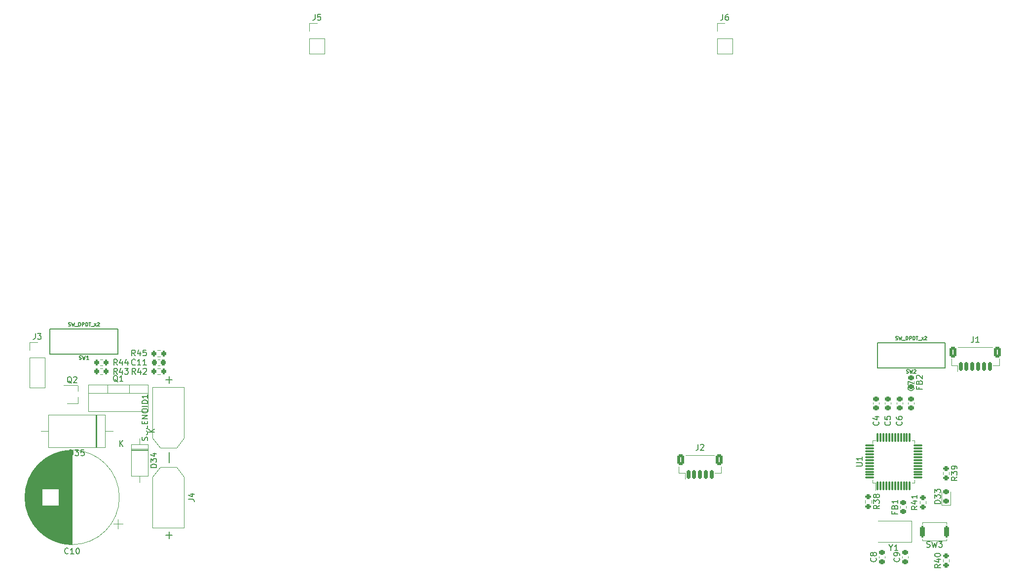
<source format=gto>
%TF.GenerationSoftware,KiCad,Pcbnew,(6.0.7-1)-1*%
%TF.CreationDate,2023-02-20T20:57:27+08:00*%
%TF.ProjectId,layer1,6c617965-7231-42e6-9b69-6361645f7063,1.1*%
%TF.SameCoordinates,Original*%
%TF.FileFunction,Legend,Top*%
%TF.FilePolarity,Positive*%
%FSLAX46Y46*%
G04 Gerber Fmt 4.6, Leading zero omitted, Abs format (unit mm)*
G04 Created by KiCad (PCBNEW (6.0.7-1)-1) date 2023-02-20 20:57:27*
%MOMM*%
%LPD*%
G01*
G04 APERTURE LIST*
G04 Aperture macros list*
%AMRoundRect*
0 Rectangle with rounded corners*
0 $1 Rounding radius*
0 $2 $3 $4 $5 $6 $7 $8 $9 X,Y pos of 4 corners*
0 Add a 4 corners polygon primitive as box body*
4,1,4,$2,$3,$4,$5,$6,$7,$8,$9,$2,$3,0*
0 Add four circle primitives for the rounded corners*
1,1,$1+$1,$2,$3*
1,1,$1+$1,$4,$5*
1,1,$1+$1,$6,$7*
1,1,$1+$1,$8,$9*
0 Add four rect primitives between the rounded corners*
20,1,$1+$1,$2,$3,$4,$5,0*
20,1,$1+$1,$4,$5,$6,$7,0*
20,1,$1+$1,$6,$7,$8,$9,0*
20,1,$1+$1,$8,$9,$2,$3,0*%
G04 Aperture macros list end*
%ADD10C,0.150000*%
%ADD11C,0.127000*%
%ADD12C,0.120000*%
%ADD13C,0.203200*%
%ADD14RoundRect,0.225000X0.250000X-0.225000X0.250000X0.225000X-0.250000X0.225000X-0.250000X-0.225000X0*%
%ADD15RoundRect,0.200000X-0.275000X0.200000X-0.275000X-0.200000X0.275000X-0.200000X0.275000X0.200000X0*%
%ADD16R,1.905000X2.000000*%
%ADD17O,1.905000X2.000000*%
%ADD18R,1.700000X1.700000*%
%ADD19O,1.700000X1.700000*%
%ADD20RoundRect,0.200000X0.275000X-0.200000X0.275000X0.200000X-0.275000X0.200000X-0.275000X-0.200000X0*%
%ADD21RoundRect,0.200000X0.200000X0.275000X-0.200000X0.275000X-0.200000X-0.275000X0.200000X-0.275000X0*%
%ADD22RoundRect,0.200000X0.200000X0.800000X-0.200000X0.800000X-0.200000X-0.800000X0.200000X-0.800000X0*%
%ADD23R,3.000000X3.000000*%
%ADD24C,3.000000*%
%ADD25RoundRect,0.150000X-0.150000X-0.625000X0.150000X-0.625000X0.150000X0.625000X-0.150000X0.625000X0*%
%ADD26RoundRect,0.250000X-0.350000X-0.650000X0.350000X-0.650000X0.350000X0.650000X-0.350000X0.650000X0*%
%ADD27R,2.400000X2.400000*%
%ADD28O,2.400000X2.400000*%
%ADD29RoundRect,0.225000X-0.250000X0.225000X-0.250000X-0.225000X0.250000X-0.225000X0.250000X0.225000X0*%
%ADD30RoundRect,0.225000X-0.225000X-0.250000X0.225000X-0.250000X0.225000X0.250000X-0.225000X0.250000X0*%
%ADD31RoundRect,0.075000X0.075000X-0.662500X0.075000X0.662500X-0.075000X0.662500X-0.075000X-0.662500X0*%
%ADD32RoundRect,0.075000X0.662500X-0.075000X0.662500X0.075000X-0.662500X0.075000X-0.662500X-0.075000X0*%
%ADD33RoundRect,0.200000X-0.200000X-0.275000X0.200000X-0.275000X0.200000X0.275000X-0.200000X0.275000X0*%
%ADD34R,1.220000X0.650000*%
%ADD35R,2.000000X2.400000*%
%ADD36R,2.200000X2.200000*%
%ADD37O,2.200000X2.200000*%
%ADD38C,2.082800*%
%ADD39C,2.400000*%
%ADD40RoundRect,0.218750X0.256250X-0.218750X0.256250X0.218750X-0.256250X0.218750X-0.256250X-0.218750X0*%
G04 APERTURE END LIST*
D10*
X170927143Y-128166666D02*
X170974762Y-128214285D01*
X171022381Y-128357142D01*
X171022381Y-128452380D01*
X170974762Y-128595238D01*
X170879524Y-128690476D01*
X170784286Y-128738095D01*
X170593810Y-128785714D01*
X170450953Y-128785714D01*
X170260477Y-128738095D01*
X170165239Y-128690476D01*
X170070001Y-128595238D01*
X170022381Y-128452380D01*
X170022381Y-128357142D01*
X170070001Y-128214285D01*
X170117620Y-128166666D01*
X170450953Y-127595238D02*
X170403334Y-127690476D01*
X170355715Y-127738095D01*
X170260477Y-127785714D01*
X170212858Y-127785714D01*
X170117620Y-127738095D01*
X170070001Y-127690476D01*
X170022381Y-127595238D01*
X170022381Y-127404761D01*
X170070001Y-127309523D01*
X170117620Y-127261904D01*
X170212858Y-127214285D01*
X170260477Y-127214285D01*
X170355715Y-127261904D01*
X170403334Y-127309523D01*
X170450953Y-127404761D01*
X170450953Y-127595238D01*
X170498572Y-127690476D01*
X170546191Y-127738095D01*
X170641429Y-127785714D01*
X170831905Y-127785714D01*
X170927143Y-127738095D01*
X170974762Y-127690476D01*
X171022381Y-127595238D01*
X171022381Y-127404761D01*
X170974762Y-127309523D01*
X170927143Y-127261904D01*
X170831905Y-127214285D01*
X170641429Y-127214285D01*
X170546191Y-127261904D01*
X170498572Y-127309523D01*
X170450953Y-127404761D01*
X171532381Y-119132657D02*
X171056191Y-119465990D01*
X171532381Y-119704085D02*
X170532381Y-119704085D01*
X170532381Y-119323133D01*
X170580001Y-119227895D01*
X170627620Y-119180276D01*
X170722858Y-119132657D01*
X170865715Y-119132657D01*
X170960953Y-119180276D01*
X171008572Y-119227895D01*
X171056191Y-119323133D01*
X171056191Y-119704085D01*
X170532381Y-118799323D02*
X170532381Y-118180276D01*
X170913334Y-118513609D01*
X170913334Y-118370752D01*
X170960953Y-118275514D01*
X171008572Y-118227895D01*
X171103810Y-118180276D01*
X171341905Y-118180276D01*
X171437143Y-118227895D01*
X171484762Y-118275514D01*
X171532381Y-118370752D01*
X171532381Y-118656466D01*
X171484762Y-118751704D01*
X171437143Y-118799323D01*
X170960953Y-117608847D02*
X170913334Y-117704085D01*
X170865715Y-117751704D01*
X170770477Y-117799323D01*
X170722858Y-117799323D01*
X170627620Y-117751704D01*
X170580001Y-117704085D01*
X170532381Y-117608847D01*
X170532381Y-117418371D01*
X170580001Y-117323133D01*
X170627620Y-117275514D01*
X170722858Y-117227895D01*
X170770477Y-117227895D01*
X170865715Y-117275514D01*
X170913334Y-117323133D01*
X170960953Y-117418371D01*
X170960953Y-117608847D01*
X171008572Y-117704085D01*
X171056191Y-117751704D01*
X171151429Y-117799323D01*
X171341905Y-117799323D01*
X171437143Y-117751704D01*
X171484762Y-117704085D01*
X171532381Y-117608847D01*
X171532381Y-117418371D01*
X171484762Y-117323133D01*
X171437143Y-117275514D01*
X171341905Y-117227895D01*
X171151429Y-117227895D01*
X171056191Y-117275514D01*
X171008572Y-117323133D01*
X170960953Y-117418371D01*
X40804761Y-97927619D02*
X40709523Y-97880000D01*
X40614285Y-97784761D01*
X40471428Y-97641904D01*
X40376190Y-97594285D01*
X40280952Y-97594285D01*
X40328571Y-97832380D02*
X40233333Y-97784761D01*
X40138095Y-97689523D01*
X40090476Y-97499047D01*
X40090476Y-97165714D01*
X40138095Y-96975238D01*
X40233333Y-96880000D01*
X40328571Y-96832380D01*
X40519047Y-96832380D01*
X40614285Y-96880000D01*
X40709523Y-96975238D01*
X40757142Y-97165714D01*
X40757142Y-97499047D01*
X40709523Y-97689523D01*
X40614285Y-97784761D01*
X40519047Y-97832380D01*
X40328571Y-97832380D01*
X41709523Y-97832380D02*
X41138095Y-97832380D01*
X41423809Y-97832380D02*
X41423809Y-96832380D01*
X41328571Y-96975238D01*
X41233333Y-97070476D01*
X41138095Y-97118095D01*
X174148572Y-120248133D02*
X174148572Y-120581466D01*
X174672381Y-120581466D02*
X173672381Y-120581466D01*
X173672381Y-120105276D01*
X174148572Y-119390990D02*
X174196191Y-119248133D01*
X174243810Y-119200514D01*
X174339048Y-119152895D01*
X174481905Y-119152895D01*
X174577143Y-119200514D01*
X174624762Y-119248133D01*
X174672381Y-119343371D01*
X174672381Y-119724323D01*
X173672381Y-119724323D01*
X173672381Y-119390990D01*
X173720001Y-119295752D01*
X173767620Y-119248133D01*
X173862858Y-119200514D01*
X173958096Y-119200514D01*
X174053334Y-119248133D01*
X174100953Y-119295752D01*
X174148572Y-119390990D01*
X174148572Y-119724323D01*
X174672381Y-118200514D02*
X174672381Y-118771942D01*
X174672381Y-118486228D02*
X173672381Y-118486228D01*
X173815239Y-118581466D01*
X173910477Y-118676704D01*
X173958096Y-118771942D01*
X144666666Y-34847380D02*
X144666666Y-35561666D01*
X144619047Y-35704523D01*
X144523809Y-35799761D01*
X144380952Y-35847380D01*
X144285714Y-35847380D01*
X145571428Y-34847380D02*
X145380952Y-34847380D01*
X145285714Y-34895000D01*
X145238095Y-34942619D01*
X145142857Y-35085476D01*
X145095238Y-35275952D01*
X145095238Y-35656904D01*
X145142857Y-35752142D01*
X145190476Y-35799761D01*
X145285714Y-35847380D01*
X145476190Y-35847380D01*
X145571428Y-35799761D01*
X145619047Y-35752142D01*
X145666666Y-35656904D01*
X145666666Y-35418809D01*
X145619047Y-35323571D01*
X145571428Y-35275952D01*
X145476190Y-35228333D01*
X145285714Y-35228333D01*
X145190476Y-35275952D01*
X145142857Y-35323571D01*
X145095238Y-35418809D01*
X174927143Y-128166666D02*
X174974762Y-128214285D01*
X175022381Y-128357142D01*
X175022381Y-128452380D01*
X174974762Y-128595238D01*
X174879524Y-128690476D01*
X174784286Y-128738095D01*
X174593810Y-128785714D01*
X174450953Y-128785714D01*
X174260477Y-128738095D01*
X174165239Y-128690476D01*
X174070001Y-128595238D01*
X174022381Y-128452380D01*
X174022381Y-128357142D01*
X174070001Y-128214285D01*
X174117620Y-128166666D01*
X175022381Y-127690476D02*
X175022381Y-127500000D01*
X174974762Y-127404761D01*
X174927143Y-127357142D01*
X174784286Y-127261904D01*
X174593810Y-127214285D01*
X174212858Y-127214285D01*
X174117620Y-127261904D01*
X174070001Y-127309523D01*
X174022381Y-127404761D01*
X174022381Y-127595238D01*
X174070001Y-127690476D01*
X174117620Y-127738095D01*
X174212858Y-127785714D01*
X174450953Y-127785714D01*
X174546191Y-127738095D01*
X174593810Y-127690476D01*
X174641429Y-127595238D01*
X174641429Y-127404761D01*
X174593810Y-127309523D01*
X174546191Y-127261904D01*
X174450953Y-127214285D01*
X178022381Y-119257657D02*
X177546191Y-119590990D01*
X178022381Y-119829085D02*
X177022381Y-119829085D01*
X177022381Y-119448133D01*
X177070001Y-119352895D01*
X177117620Y-119305276D01*
X177212858Y-119257657D01*
X177355715Y-119257657D01*
X177450953Y-119305276D01*
X177498572Y-119352895D01*
X177546191Y-119448133D01*
X177546191Y-119829085D01*
X177355715Y-118400514D02*
X178022381Y-118400514D01*
X176974762Y-118638609D02*
X177689048Y-118876704D01*
X177689048Y-118257657D01*
X178022381Y-117352895D02*
X178022381Y-117924323D01*
X178022381Y-117638609D02*
X177022381Y-117638609D01*
X177165239Y-117733847D01*
X177260477Y-117829085D01*
X177308096Y-117924323D01*
X43807142Y-93452380D02*
X43473809Y-92976190D01*
X43235714Y-93452380D02*
X43235714Y-92452380D01*
X43616666Y-92452380D01*
X43711904Y-92500000D01*
X43759523Y-92547619D01*
X43807142Y-92642857D01*
X43807142Y-92785714D01*
X43759523Y-92880952D01*
X43711904Y-92928571D01*
X43616666Y-92976190D01*
X43235714Y-92976190D01*
X44664285Y-92785714D02*
X44664285Y-93452380D01*
X44426190Y-92404761D02*
X44188095Y-93119047D01*
X44807142Y-93119047D01*
X45664285Y-92452380D02*
X45188095Y-92452380D01*
X45140476Y-92928571D01*
X45188095Y-92880952D01*
X45283333Y-92833333D01*
X45521428Y-92833333D01*
X45616666Y-92880952D01*
X45664285Y-92928571D01*
X45711904Y-93023809D01*
X45711904Y-93261904D01*
X45664285Y-93357142D01*
X45616666Y-93404761D01*
X45521428Y-93452380D01*
X45283333Y-93452380D01*
X45188095Y-93404761D01*
X45140476Y-93357142D01*
X179666665Y-126269560D02*
X179809522Y-126317179D01*
X180047618Y-126317179D01*
X180142856Y-126269560D01*
X180190475Y-126221941D01*
X180238094Y-126126703D01*
X180238094Y-126031465D01*
X180190475Y-125936227D01*
X180142856Y-125888608D01*
X180047618Y-125840989D01*
X179857141Y-125793370D01*
X179761903Y-125745751D01*
X179714284Y-125698132D01*
X179666665Y-125602894D01*
X179666665Y-125507656D01*
X179714284Y-125412418D01*
X179761903Y-125364799D01*
X179857141Y-125317179D01*
X180095237Y-125317179D01*
X180238094Y-125364799D01*
X180571427Y-125317179D02*
X180809522Y-126317179D01*
X180999999Y-125602894D01*
X181190475Y-126317179D01*
X181428570Y-125317179D01*
X181714284Y-125317179D02*
X182333332Y-125317179D01*
X181999999Y-125698132D01*
X182142856Y-125698132D01*
X182238094Y-125745751D01*
X182285713Y-125793370D01*
X182333332Y-125888608D01*
X182333332Y-126126703D01*
X182285713Y-126221941D01*
X182238094Y-126269560D01*
X182142856Y-126317179D01*
X181857141Y-126317179D01*
X181761903Y-126269560D01*
X181714284Y-126221941D01*
X45904761Y-107978571D02*
X45952380Y-107835714D01*
X45952380Y-107597619D01*
X45904761Y-107502380D01*
X45857142Y-107454761D01*
X45761904Y-107407142D01*
X45666666Y-107407142D01*
X45571428Y-107454761D01*
X45523809Y-107502380D01*
X45476190Y-107597619D01*
X45428571Y-107788095D01*
X45380952Y-107883333D01*
X45333333Y-107930952D01*
X45238095Y-107978571D01*
X45142857Y-107978571D01*
X45047619Y-107930952D01*
X45000000Y-107883333D01*
X44952380Y-107788095D01*
X44952380Y-107550000D01*
X45000000Y-107407142D01*
X44952380Y-106788095D02*
X44952380Y-106597619D01*
X45000000Y-106502380D01*
X45095238Y-106407142D01*
X45285714Y-106359523D01*
X45619047Y-106359523D01*
X45809523Y-106407142D01*
X45904761Y-106502380D01*
X45952380Y-106597619D01*
X45952380Y-106788095D01*
X45904761Y-106883333D01*
X45809523Y-106978571D01*
X45619047Y-107026190D01*
X45285714Y-107026190D01*
X45095238Y-106978571D01*
X45000000Y-106883333D01*
X44952380Y-106788095D01*
X45952380Y-105454761D02*
X45952380Y-105930952D01*
X44952380Y-105930952D01*
X45428571Y-105121428D02*
X45428571Y-104788095D01*
X45952380Y-104645238D02*
X45952380Y-105121428D01*
X44952380Y-105121428D01*
X44952380Y-104645238D01*
X45952380Y-104216666D02*
X44952380Y-104216666D01*
X45952380Y-103645238D01*
X44952380Y-103645238D01*
X44952380Y-102978571D02*
X44952380Y-102788095D01*
X45000000Y-102692857D01*
X45095238Y-102597619D01*
X45285714Y-102550000D01*
X45619047Y-102550000D01*
X45809523Y-102597619D01*
X45904761Y-102692857D01*
X45952380Y-102788095D01*
X45952380Y-102978571D01*
X45904761Y-103073809D01*
X45809523Y-103169047D01*
X45619047Y-103216666D01*
X45285714Y-103216666D01*
X45095238Y-103169047D01*
X45000000Y-103073809D01*
X44952380Y-102978571D01*
X45952380Y-102121428D02*
X44952380Y-102121428D01*
X45952380Y-101645238D02*
X44952380Y-101645238D01*
X44952380Y-101407142D01*
X45000000Y-101264285D01*
X45095238Y-101169047D01*
X45190476Y-101121428D01*
X45380952Y-101073809D01*
X45523809Y-101073809D01*
X45714285Y-101121428D01*
X45809523Y-101169047D01*
X45904761Y-101264285D01*
X45952380Y-101407142D01*
X45952380Y-101645238D01*
X45952380Y-100121428D02*
X45952380Y-100692857D01*
X45952380Y-100407142D02*
X44952380Y-100407142D01*
X45095238Y-100502380D01*
X45190476Y-100597619D01*
X45238095Y-100692857D01*
X49607142Y-111121428D02*
X49607142Y-109978571D01*
X49607142Y-98121428D02*
X49607142Y-96978571D01*
X50178571Y-97550000D02*
X49035714Y-97550000D01*
X74666666Y-34847380D02*
X74666666Y-35561666D01*
X74619047Y-35704523D01*
X74523809Y-35799761D01*
X74380952Y-35847380D01*
X74285714Y-35847380D01*
X75619047Y-34847380D02*
X75142857Y-34847380D01*
X75095238Y-35323571D01*
X75142857Y-35275952D01*
X75238095Y-35228333D01*
X75476190Y-35228333D01*
X75571428Y-35275952D01*
X75619047Y-35323571D01*
X75666666Y-35418809D01*
X75666666Y-35656904D01*
X75619047Y-35752142D01*
X75571428Y-35799761D01*
X75476190Y-35847380D01*
X75238095Y-35847380D01*
X75142857Y-35799761D01*
X75095238Y-35752142D01*
X184882382Y-114257654D02*
X184406192Y-114590987D01*
X184882382Y-114829082D02*
X183882382Y-114829082D01*
X183882382Y-114448130D01*
X183930002Y-114352892D01*
X183977621Y-114305273D01*
X184072859Y-114257654D01*
X184215716Y-114257654D01*
X184310954Y-114305273D01*
X184358573Y-114352892D01*
X184406192Y-114448130D01*
X184406192Y-114829082D01*
X183882382Y-113924320D02*
X183882382Y-113305273D01*
X184263335Y-113638606D01*
X184263335Y-113495749D01*
X184310954Y-113400511D01*
X184358573Y-113352892D01*
X184453811Y-113305273D01*
X184691906Y-113305273D01*
X184787144Y-113352892D01*
X184834763Y-113400511D01*
X184882382Y-113495749D01*
X184882382Y-113781463D01*
X184834763Y-113876701D01*
X184787144Y-113924320D01*
X184882382Y-112829082D02*
X184882382Y-112638606D01*
X184834763Y-112543368D01*
X184787144Y-112495749D01*
X184644287Y-112400511D01*
X184453811Y-112352892D01*
X184072859Y-112352892D01*
X183977621Y-112400511D01*
X183930002Y-112448130D01*
X183882382Y-112543368D01*
X183882382Y-112733844D01*
X183930002Y-112829082D01*
X183977621Y-112876701D01*
X184072859Y-112924320D01*
X184310954Y-112924320D01*
X184406192Y-112876701D01*
X184453811Y-112829082D01*
X184501430Y-112733844D01*
X184501430Y-112543368D01*
X184453811Y-112448130D01*
X184406192Y-112400511D01*
X184310954Y-112352892D01*
X52952380Y-118083333D02*
X53666666Y-118083333D01*
X53809523Y-118130952D01*
X53904761Y-118226190D01*
X53952380Y-118369047D01*
X53952380Y-118464285D01*
X53285714Y-117178571D02*
X53952380Y-117178571D01*
X52904761Y-117416666D02*
X53619047Y-117654761D01*
X53619047Y-117035714D01*
X49607142Y-111821428D02*
X49607142Y-110678571D01*
X49607142Y-124821428D02*
X49607142Y-123678571D01*
X50178571Y-124250000D02*
X49035714Y-124250000D01*
X140416666Y-108652380D02*
X140416666Y-109366666D01*
X140369047Y-109509523D01*
X140273809Y-109604761D01*
X140130952Y-109652380D01*
X140035714Y-109652380D01*
X140845238Y-108747619D02*
X140892857Y-108700000D01*
X140988095Y-108652380D01*
X141226190Y-108652380D01*
X141321428Y-108700000D01*
X141369047Y-108747619D01*
X141416666Y-108842857D01*
X141416666Y-108938095D01*
X141369047Y-109080952D01*
X140797619Y-109652380D01*
X141416666Y-109652380D01*
X26666666Y-89597380D02*
X26666666Y-90311666D01*
X26619047Y-90454523D01*
X26523809Y-90549761D01*
X26380952Y-90597380D01*
X26285714Y-90597380D01*
X27047619Y-89597380D02*
X27666666Y-89597380D01*
X27333333Y-89978333D01*
X27476190Y-89978333D01*
X27571428Y-90025952D01*
X27619047Y-90073571D01*
X27666666Y-90168809D01*
X27666666Y-90406904D01*
X27619047Y-90502142D01*
X27571428Y-90549761D01*
X27476190Y-90597380D01*
X27190476Y-90597380D01*
X27095238Y-90549761D01*
X27047619Y-90502142D01*
X177357143Y-98781464D02*
X177404762Y-98829083D01*
X177452381Y-98971940D01*
X177452381Y-99067178D01*
X177404762Y-99210036D01*
X177309524Y-99305274D01*
X177214286Y-99352893D01*
X177023810Y-99400512D01*
X176880953Y-99400512D01*
X176690477Y-99352893D01*
X176595239Y-99305274D01*
X176500001Y-99210036D01*
X176452381Y-99067178D01*
X176452381Y-98971940D01*
X176500001Y-98829083D01*
X176547620Y-98781464D01*
X176452381Y-98448131D02*
X176452381Y-97781464D01*
X177452381Y-98210036D01*
X32565714Y-110587380D02*
X32565714Y-109587380D01*
X32803809Y-109587380D01*
X32946666Y-109635000D01*
X33041904Y-109730238D01*
X33089523Y-109825476D01*
X33137142Y-110015952D01*
X33137142Y-110158809D01*
X33089523Y-110349285D01*
X33041904Y-110444523D01*
X32946666Y-110539761D01*
X32803809Y-110587380D01*
X32565714Y-110587380D01*
X33470476Y-109587380D02*
X34089523Y-109587380D01*
X33756190Y-109968333D01*
X33899047Y-109968333D01*
X33994285Y-110015952D01*
X34041904Y-110063571D01*
X34089523Y-110158809D01*
X34089523Y-110396904D01*
X34041904Y-110492142D01*
X33994285Y-110539761D01*
X33899047Y-110587380D01*
X33613333Y-110587380D01*
X33518095Y-110539761D01*
X33470476Y-110492142D01*
X34994285Y-109587380D02*
X34518095Y-109587380D01*
X34470476Y-110063571D01*
X34518095Y-110015952D01*
X34613333Y-109968333D01*
X34851428Y-109968333D01*
X34946666Y-110015952D01*
X34994285Y-110063571D01*
X35041904Y-110158809D01*
X35041904Y-110396904D01*
X34994285Y-110492142D01*
X34946666Y-110539761D01*
X34851428Y-110587380D01*
X34613333Y-110587380D01*
X34518095Y-110539761D01*
X34470476Y-110492142D01*
X41138095Y-109002380D02*
X41138095Y-108002380D01*
X41709523Y-109002380D02*
X41280952Y-108430952D01*
X41709523Y-108002380D02*
X41138095Y-108573809D01*
X173357144Y-104781465D02*
X173404763Y-104829084D01*
X173452382Y-104971941D01*
X173452382Y-105067179D01*
X173404763Y-105210037D01*
X173309525Y-105305275D01*
X173214287Y-105352894D01*
X173023811Y-105400513D01*
X172880954Y-105400513D01*
X172690478Y-105352894D01*
X172595240Y-105305275D01*
X172500002Y-105210037D01*
X172452382Y-105067179D01*
X172452382Y-104971941D01*
X172500002Y-104829084D01*
X172547621Y-104781465D01*
X172452382Y-103876703D02*
X172452382Y-104352894D01*
X172928573Y-104400513D01*
X172880954Y-104352894D01*
X172833335Y-104257656D01*
X172833335Y-104019560D01*
X172880954Y-103924322D01*
X172928573Y-103876703D01*
X173023811Y-103829084D01*
X173261906Y-103829084D01*
X173357144Y-103876703D01*
X173404763Y-103924322D01*
X173452382Y-104019560D01*
X173452382Y-104257656D01*
X173404763Y-104352894D01*
X173357144Y-104400513D01*
X175357143Y-104781465D02*
X175404762Y-104829084D01*
X175452381Y-104971941D01*
X175452381Y-105067179D01*
X175404762Y-105210037D01*
X175309524Y-105305275D01*
X175214286Y-105352894D01*
X175023810Y-105400513D01*
X174880953Y-105400513D01*
X174690477Y-105352894D01*
X174595239Y-105305275D01*
X174500001Y-105210037D01*
X174452381Y-105067179D01*
X174452381Y-104971941D01*
X174500001Y-104829084D01*
X174547620Y-104781465D01*
X174452381Y-103924322D02*
X174452381Y-104114799D01*
X174500001Y-104210037D01*
X174547620Y-104257656D01*
X174690477Y-104352894D01*
X174880953Y-104400513D01*
X175261905Y-104400513D01*
X175357143Y-104352894D01*
X175404762Y-104305275D01*
X175452381Y-104210037D01*
X175452381Y-104019560D01*
X175404762Y-103924322D01*
X175357143Y-103876703D01*
X175261905Y-103829084D01*
X175023810Y-103829084D01*
X174928572Y-103876703D01*
X174880953Y-103924322D01*
X174833334Y-104019560D01*
X174833334Y-104210037D01*
X174880953Y-104305275D01*
X174928572Y-104352894D01*
X175023810Y-104400513D01*
X178358572Y-98833333D02*
X178358572Y-99166666D01*
X178882381Y-99166666D02*
X177882381Y-99166666D01*
X177882381Y-98690476D01*
X178358572Y-97976190D02*
X178406191Y-97833333D01*
X178453810Y-97785714D01*
X178549048Y-97738095D01*
X178691905Y-97738095D01*
X178787143Y-97785714D01*
X178834762Y-97833333D01*
X178882381Y-97928571D01*
X178882381Y-98309523D01*
X177882381Y-98309523D01*
X177882381Y-97976190D01*
X177930001Y-97880952D01*
X177977620Y-97833333D01*
X178072858Y-97785714D01*
X178168096Y-97785714D01*
X178263334Y-97833333D01*
X178310953Y-97880952D01*
X178358572Y-97976190D01*
X178358572Y-98309523D01*
X177977620Y-97357142D02*
X177930001Y-97309523D01*
X177882381Y-97214285D01*
X177882381Y-96976190D01*
X177930001Y-96880952D01*
X177977620Y-96833333D01*
X178072858Y-96785714D01*
X178168096Y-96785714D01*
X178310953Y-96833333D01*
X178882381Y-97404761D01*
X178882381Y-96785714D01*
X40707142Y-96602380D02*
X40373809Y-96126190D01*
X40135714Y-96602380D02*
X40135714Y-95602380D01*
X40516666Y-95602380D01*
X40611904Y-95650000D01*
X40659523Y-95697619D01*
X40707142Y-95792857D01*
X40707142Y-95935714D01*
X40659523Y-96030952D01*
X40611904Y-96078571D01*
X40516666Y-96126190D01*
X40135714Y-96126190D01*
X41564285Y-95935714D02*
X41564285Y-96602380D01*
X41326190Y-95554761D02*
X41088095Y-96269047D01*
X41707142Y-96269047D01*
X41992857Y-95602380D02*
X42611904Y-95602380D01*
X42278571Y-95983333D01*
X42421428Y-95983333D01*
X42516666Y-96030952D01*
X42564285Y-96078571D01*
X42611904Y-96173809D01*
X42611904Y-96411904D01*
X42564285Y-96507142D01*
X42516666Y-96554761D01*
X42421428Y-96602380D01*
X42135714Y-96602380D01*
X42040476Y-96554761D01*
X41992857Y-96507142D01*
X43807142Y-94957142D02*
X43759523Y-95004761D01*
X43616666Y-95052380D01*
X43521428Y-95052380D01*
X43378571Y-95004761D01*
X43283333Y-94909523D01*
X43235714Y-94814285D01*
X43188095Y-94623809D01*
X43188095Y-94480952D01*
X43235714Y-94290476D01*
X43283333Y-94195238D01*
X43378571Y-94100000D01*
X43521428Y-94052380D01*
X43616666Y-94052380D01*
X43759523Y-94100000D01*
X43807142Y-94147619D01*
X44759523Y-95052380D02*
X44188095Y-95052380D01*
X44473809Y-95052380D02*
X44473809Y-94052380D01*
X44378571Y-94195238D01*
X44283333Y-94290476D01*
X44188095Y-94338095D01*
X45711904Y-95052380D02*
X45140476Y-95052380D01*
X45426190Y-95052380D02*
X45426190Y-94052380D01*
X45330952Y-94195238D01*
X45235714Y-94290476D01*
X45140476Y-94338095D01*
X167602381Y-112376703D02*
X168411905Y-112376703D01*
X168507143Y-112329084D01*
X168554762Y-112281465D01*
X168602381Y-112186227D01*
X168602381Y-111995751D01*
X168554762Y-111900513D01*
X168507143Y-111852894D01*
X168411905Y-111805275D01*
X167602381Y-111805275D01*
X168602381Y-110805275D02*
X168602381Y-111376703D01*
X168602381Y-111090989D02*
X167602381Y-111090989D01*
X167745239Y-111186227D01*
X167840477Y-111281465D01*
X167888096Y-111376703D01*
X43857142Y-96602380D02*
X43523809Y-96126190D01*
X43285714Y-96602380D02*
X43285714Y-95602380D01*
X43666666Y-95602380D01*
X43761904Y-95650000D01*
X43809523Y-95697619D01*
X43857142Y-95792857D01*
X43857142Y-95935714D01*
X43809523Y-96030952D01*
X43761904Y-96078571D01*
X43666666Y-96126190D01*
X43285714Y-96126190D01*
X44714285Y-95935714D02*
X44714285Y-96602380D01*
X44476190Y-95554761D02*
X44238095Y-96269047D01*
X44857142Y-96269047D01*
X45190476Y-95697619D02*
X45238095Y-95650000D01*
X45333333Y-95602380D01*
X45571428Y-95602380D01*
X45666666Y-95650000D01*
X45714285Y-95697619D01*
X45761904Y-95792857D01*
X45761904Y-95888095D01*
X45714285Y-96030952D01*
X45142857Y-96602380D01*
X45761904Y-96602380D01*
X40707142Y-95052380D02*
X40373809Y-94576190D01*
X40135714Y-95052380D02*
X40135714Y-94052380D01*
X40516666Y-94052380D01*
X40611904Y-94100000D01*
X40659523Y-94147619D01*
X40707142Y-94242857D01*
X40707142Y-94385714D01*
X40659523Y-94480952D01*
X40611904Y-94528571D01*
X40516666Y-94576190D01*
X40135714Y-94576190D01*
X41564285Y-94385714D02*
X41564285Y-95052380D01*
X41326190Y-94004761D02*
X41088095Y-94719047D01*
X41707142Y-94719047D01*
X42516666Y-94385714D02*
X42516666Y-95052380D01*
X42278571Y-94004761D02*
X42040476Y-94719047D01*
X42659523Y-94719047D01*
X32904761Y-98147619D02*
X32809523Y-98100000D01*
X32714285Y-98004761D01*
X32571428Y-97861904D01*
X32476190Y-97814285D01*
X32380952Y-97814285D01*
X32428571Y-98052380D02*
X32333333Y-98004761D01*
X32238095Y-97909523D01*
X32190476Y-97719047D01*
X32190476Y-97385714D01*
X32238095Y-97195238D01*
X32333333Y-97100000D01*
X32428571Y-97052380D01*
X32619047Y-97052380D01*
X32714285Y-97100000D01*
X32809523Y-97195238D01*
X32857142Y-97385714D01*
X32857142Y-97719047D01*
X32809523Y-97909523D01*
X32714285Y-98004761D01*
X32619047Y-98052380D01*
X32428571Y-98052380D01*
X33238095Y-97147619D02*
X33285714Y-97100000D01*
X33380952Y-97052380D01*
X33619047Y-97052380D01*
X33714285Y-97100000D01*
X33761904Y-97147619D01*
X33809523Y-97242857D01*
X33809523Y-97338095D01*
X33761904Y-97480952D01*
X33190476Y-98052380D01*
X33809523Y-98052380D01*
X173523810Y-126390989D02*
X173523810Y-126867179D01*
X173190477Y-125867179D02*
X173523810Y-126390989D01*
X173857143Y-125867179D01*
X174714286Y-126867179D02*
X174142858Y-126867179D01*
X174428572Y-126867179D02*
X174428572Y-125867179D01*
X174333334Y-126010037D01*
X174238096Y-126105275D01*
X174142858Y-126152894D01*
X47472380Y-112614285D02*
X46472380Y-112614285D01*
X46472380Y-112376190D01*
X46520000Y-112233333D01*
X46615238Y-112138095D01*
X46710476Y-112090476D01*
X46900952Y-112042857D01*
X47043809Y-112042857D01*
X47234285Y-112090476D01*
X47329523Y-112138095D01*
X47424761Y-112233333D01*
X47472380Y-112376190D01*
X47472380Y-112614285D01*
X46472380Y-111709523D02*
X46472380Y-111090476D01*
X46853333Y-111423809D01*
X46853333Y-111280952D01*
X46900952Y-111185714D01*
X46948571Y-111138095D01*
X47043809Y-111090476D01*
X47281904Y-111090476D01*
X47377142Y-111138095D01*
X47424761Y-111185714D01*
X47472380Y-111280952D01*
X47472380Y-111566666D01*
X47424761Y-111661904D01*
X47377142Y-111709523D01*
X46805714Y-110233333D02*
X47472380Y-110233333D01*
X46424761Y-110471428D02*
X47139047Y-110709523D01*
X47139047Y-110090476D01*
X47102380Y-106581904D02*
X46102380Y-106581904D01*
X47102380Y-106010476D02*
X46530952Y-106439047D01*
X46102380Y-106010476D02*
X46673809Y-106581904D01*
X171357144Y-104781463D02*
X171404763Y-104829082D01*
X171452382Y-104971939D01*
X171452382Y-105067177D01*
X171404763Y-105210035D01*
X171309525Y-105305273D01*
X171214287Y-105352892D01*
X171023811Y-105400511D01*
X170880954Y-105400511D01*
X170690478Y-105352892D01*
X170595240Y-105305273D01*
X170500002Y-105210035D01*
X170452382Y-105067177D01*
X170452382Y-104971939D01*
X170500002Y-104829082D01*
X170547621Y-104781463D01*
X170785716Y-103924320D02*
X171452382Y-103924320D01*
X170404763Y-104162416D02*
X171119049Y-104400511D01*
X171119049Y-103781463D01*
X182022381Y-129257657D02*
X181546191Y-129590990D01*
X182022381Y-129829085D02*
X181022381Y-129829085D01*
X181022381Y-129448133D01*
X181070001Y-129352895D01*
X181117620Y-129305276D01*
X181212858Y-129257657D01*
X181355715Y-129257657D01*
X181450953Y-129305276D01*
X181498572Y-129352895D01*
X181546191Y-129448133D01*
X181546191Y-129829085D01*
X181355715Y-128400514D02*
X182022381Y-128400514D01*
X180974762Y-128638609D02*
X181689048Y-128876704D01*
X181689048Y-128257657D01*
X181022381Y-127686228D02*
X181022381Y-127590990D01*
X181070001Y-127495752D01*
X181117620Y-127448133D01*
X181212858Y-127400514D01*
X181403334Y-127352895D01*
X181641429Y-127352895D01*
X181831905Y-127400514D01*
X181927143Y-127448133D01*
X181974762Y-127495752D01*
X182022381Y-127590990D01*
X182022381Y-127686228D01*
X181974762Y-127781466D01*
X181927143Y-127829085D01*
X181831905Y-127876704D01*
X181641429Y-127924323D01*
X181403334Y-127924323D01*
X181212858Y-127876704D01*
X181117620Y-127829085D01*
X181070001Y-127781466D01*
X181022381Y-127686228D01*
D11*
X34187200Y-94040742D02*
X34274285Y-94069771D01*
X34419428Y-94069771D01*
X34477485Y-94040742D01*
X34506514Y-94011714D01*
X34535542Y-93953657D01*
X34535542Y-93895600D01*
X34506514Y-93837542D01*
X34477485Y-93808514D01*
X34419428Y-93779485D01*
X34303314Y-93750457D01*
X34245257Y-93721428D01*
X34216228Y-93692400D01*
X34187200Y-93634342D01*
X34187200Y-93576285D01*
X34216228Y-93518228D01*
X34245257Y-93489200D01*
X34303314Y-93460171D01*
X34448457Y-93460171D01*
X34535542Y-93489200D01*
X34738742Y-93460171D02*
X34883885Y-94069771D01*
X35000000Y-93634342D01*
X35116114Y-94069771D01*
X35261257Y-93460171D01*
X35812800Y-94069771D02*
X35464457Y-94069771D01*
X35638628Y-94069771D02*
X35638628Y-93460171D01*
X35580571Y-93547257D01*
X35522514Y-93605314D01*
X35464457Y-93634342D01*
X32329371Y-88325742D02*
X32416457Y-88354771D01*
X32561600Y-88354771D01*
X32619657Y-88325742D01*
X32648685Y-88296714D01*
X32677714Y-88238657D01*
X32677714Y-88180600D01*
X32648685Y-88122542D01*
X32619657Y-88093514D01*
X32561600Y-88064485D01*
X32445485Y-88035457D01*
X32387428Y-88006428D01*
X32358400Y-87977400D01*
X32329371Y-87919342D01*
X32329371Y-87861285D01*
X32358400Y-87803228D01*
X32387428Y-87774200D01*
X32445485Y-87745171D01*
X32590628Y-87745171D01*
X32677714Y-87774200D01*
X32880914Y-87745171D02*
X33026057Y-88354771D01*
X33142171Y-87919342D01*
X33258285Y-88354771D01*
X33403428Y-87745171D01*
X33490514Y-88412828D02*
X33954971Y-88412828D01*
X34100114Y-88354771D02*
X34100114Y-87745171D01*
X34245257Y-87745171D01*
X34332342Y-87774200D01*
X34390400Y-87832257D01*
X34419428Y-87890314D01*
X34448457Y-88006428D01*
X34448457Y-88093514D01*
X34419428Y-88209628D01*
X34390400Y-88267685D01*
X34332342Y-88325742D01*
X34245257Y-88354771D01*
X34100114Y-88354771D01*
X34709714Y-88354771D02*
X34709714Y-87745171D01*
X34941942Y-87745171D01*
X35000000Y-87774200D01*
X35029028Y-87803228D01*
X35058057Y-87861285D01*
X35058057Y-87948371D01*
X35029028Y-88006428D01*
X35000000Y-88035457D01*
X34941942Y-88064485D01*
X34709714Y-88064485D01*
X35319314Y-88354771D02*
X35319314Y-87745171D01*
X35464457Y-87745171D01*
X35551542Y-87774200D01*
X35609600Y-87832257D01*
X35638628Y-87890314D01*
X35667657Y-88006428D01*
X35667657Y-88093514D01*
X35638628Y-88209628D01*
X35609600Y-88267685D01*
X35551542Y-88325742D01*
X35464457Y-88354771D01*
X35319314Y-88354771D01*
X35841828Y-87745171D02*
X36190171Y-87745171D01*
X36016000Y-88354771D02*
X36016000Y-87745171D01*
X36248228Y-88412828D02*
X36712685Y-88412828D01*
X36799771Y-88354771D02*
X37119085Y-87948371D01*
X36799771Y-87948371D02*
X37119085Y-88354771D01*
X37322285Y-87803228D02*
X37351314Y-87774200D01*
X37409371Y-87745171D01*
X37554514Y-87745171D01*
X37612571Y-87774200D01*
X37641600Y-87803228D01*
X37670628Y-87861285D01*
X37670628Y-87919342D01*
X37641600Y-88006428D01*
X37293257Y-88354771D01*
X37670628Y-88354771D01*
X176187201Y-96405540D02*
X176274286Y-96434569D01*
X176419429Y-96434569D01*
X176477486Y-96405540D01*
X176506515Y-96376512D01*
X176535543Y-96318455D01*
X176535543Y-96260398D01*
X176506515Y-96202340D01*
X176477486Y-96173312D01*
X176419429Y-96144283D01*
X176303315Y-96115255D01*
X176245258Y-96086226D01*
X176216229Y-96057198D01*
X176187201Y-95999140D01*
X176187201Y-95941083D01*
X176216229Y-95883026D01*
X176245258Y-95853998D01*
X176303315Y-95824969D01*
X176448458Y-95824969D01*
X176535543Y-95853998D01*
X176738743Y-95824969D02*
X176883886Y-96434569D01*
X177000001Y-95999140D01*
X177116115Y-96434569D01*
X177261258Y-95824969D01*
X177464458Y-95883026D02*
X177493486Y-95853998D01*
X177551543Y-95824969D01*
X177696686Y-95824969D01*
X177754743Y-95853998D01*
X177783772Y-95883026D01*
X177812801Y-95941083D01*
X177812801Y-95999140D01*
X177783772Y-96086226D01*
X177435429Y-96434569D01*
X177812801Y-96434569D01*
X174329372Y-90690540D02*
X174416458Y-90719569D01*
X174561601Y-90719569D01*
X174619658Y-90690540D01*
X174648686Y-90661512D01*
X174677715Y-90603455D01*
X174677715Y-90545398D01*
X174648686Y-90487340D01*
X174619658Y-90458312D01*
X174561601Y-90429283D01*
X174445486Y-90400255D01*
X174387429Y-90371226D01*
X174358401Y-90342198D01*
X174329372Y-90284140D01*
X174329372Y-90226083D01*
X174358401Y-90168026D01*
X174387429Y-90138998D01*
X174445486Y-90109969D01*
X174590629Y-90109969D01*
X174677715Y-90138998D01*
X174880915Y-90109969D02*
X175026058Y-90719569D01*
X175142172Y-90284140D01*
X175258286Y-90719569D01*
X175403429Y-90109969D01*
X175490515Y-90777626D02*
X175954972Y-90777626D01*
X176100115Y-90719569D02*
X176100115Y-90109969D01*
X176245258Y-90109969D01*
X176332343Y-90138998D01*
X176390401Y-90197055D01*
X176419429Y-90255112D01*
X176448458Y-90371226D01*
X176448458Y-90458312D01*
X176419429Y-90574426D01*
X176390401Y-90632483D01*
X176332343Y-90690540D01*
X176245258Y-90719569D01*
X176100115Y-90719569D01*
X176709715Y-90719569D02*
X176709715Y-90109969D01*
X176941943Y-90109969D01*
X177000001Y-90138998D01*
X177029029Y-90168026D01*
X177058058Y-90226083D01*
X177058058Y-90313169D01*
X177029029Y-90371226D01*
X177000001Y-90400255D01*
X176941943Y-90429283D01*
X176709715Y-90429283D01*
X177319315Y-90719569D02*
X177319315Y-90109969D01*
X177464458Y-90109969D01*
X177551543Y-90138998D01*
X177609601Y-90197055D01*
X177638629Y-90255112D01*
X177667658Y-90371226D01*
X177667658Y-90458312D01*
X177638629Y-90574426D01*
X177609601Y-90632483D01*
X177551543Y-90690540D01*
X177464458Y-90719569D01*
X177319315Y-90719569D01*
X177841829Y-90109969D02*
X178190172Y-90109969D01*
X178016001Y-90719569D02*
X178016001Y-90109969D01*
X178248229Y-90777626D02*
X178712686Y-90777626D01*
X178799772Y-90719569D02*
X179119086Y-90313169D01*
X178799772Y-90313169D02*
X179119086Y-90719569D01*
X179322286Y-90168026D02*
X179351315Y-90138998D01*
X179409372Y-90109969D01*
X179554515Y-90109969D01*
X179612572Y-90138998D01*
X179641601Y-90168026D01*
X179670629Y-90226083D01*
X179670629Y-90284140D01*
X179641601Y-90371226D01*
X179293258Y-90719569D01*
X179670629Y-90719569D01*
D10*
X187666666Y-90152380D02*
X187666666Y-90866666D01*
X187619047Y-91009523D01*
X187523809Y-91104761D01*
X187380952Y-91152380D01*
X187285714Y-91152380D01*
X188666666Y-91152380D02*
X188095238Y-91152380D01*
X188380952Y-91152380D02*
X188380952Y-90152380D01*
X188285714Y-90295238D01*
X188190476Y-90390476D01*
X188095238Y-90438095D01*
X32319896Y-127357142D02*
X32272277Y-127404761D01*
X32129420Y-127452380D01*
X32034182Y-127452380D01*
X31891325Y-127404761D01*
X31796087Y-127309523D01*
X31748468Y-127214285D01*
X31700849Y-127023809D01*
X31700849Y-126880952D01*
X31748468Y-126690476D01*
X31796087Y-126595238D01*
X31891325Y-126500000D01*
X32034182Y-126452380D01*
X32129420Y-126452380D01*
X32272277Y-126500000D01*
X32319896Y-126547619D01*
X33272277Y-127452380D02*
X32700849Y-127452380D01*
X32986563Y-127452380D02*
X32986563Y-126452380D01*
X32891325Y-126595238D01*
X32796087Y-126690476D01*
X32700849Y-126738095D01*
X33891325Y-126452380D02*
X33986563Y-126452380D01*
X34081801Y-126500000D01*
X34129420Y-126547619D01*
X34177039Y-126642857D01*
X34224658Y-126833333D01*
X34224658Y-127071428D01*
X34177039Y-127261904D01*
X34129420Y-127357142D01*
X34081801Y-127404761D01*
X33986563Y-127452380D01*
X33891325Y-127452380D01*
X33796087Y-127404761D01*
X33748468Y-127357142D01*
X33700849Y-127261904D01*
X33653230Y-127071428D01*
X33653230Y-126833333D01*
X33700849Y-126642857D01*
X33748468Y-126547619D01*
X33796087Y-126500000D01*
X33891325Y-126452380D01*
X182022381Y-118829083D02*
X181022381Y-118829083D01*
X181022381Y-118590988D01*
X181070001Y-118448131D01*
X181165239Y-118352893D01*
X181260477Y-118305274D01*
X181450953Y-118257655D01*
X181593810Y-118257655D01*
X181784286Y-118305274D01*
X181879524Y-118352893D01*
X181974762Y-118448131D01*
X182022381Y-118590988D01*
X182022381Y-118829083D01*
X181022381Y-117924321D02*
X181022381Y-117305274D01*
X181403334Y-117638607D01*
X181403334Y-117495750D01*
X181450953Y-117400512D01*
X181498572Y-117352893D01*
X181593810Y-117305274D01*
X181831905Y-117305274D01*
X181927143Y-117352893D01*
X181974762Y-117400512D01*
X182022381Y-117495750D01*
X182022381Y-117781464D01*
X181974762Y-117876702D01*
X181927143Y-117924321D01*
X181022381Y-116971940D02*
X181022381Y-116352893D01*
X181403334Y-116686226D01*
X181403334Y-116543369D01*
X181450953Y-116448131D01*
X181498572Y-116400512D01*
X181593810Y-116352893D01*
X181831905Y-116352893D01*
X181927143Y-116400512D01*
X181974762Y-116448131D01*
X182022381Y-116543369D01*
X182022381Y-116829083D01*
X181974762Y-116924321D01*
X181927143Y-116971940D01*
D12*
X171490001Y-128140580D02*
X171490001Y-127859420D01*
X172510001Y-128140580D02*
X172510001Y-127859420D01*
X170172501Y-118252542D02*
X170172501Y-118727058D01*
X169127501Y-118252542D02*
X169127501Y-118727058D01*
X42751000Y-98380000D02*
X42751000Y-99890000D01*
X35780000Y-98380000D02*
X35780000Y-103021000D01*
X46020000Y-98380000D02*
X46020000Y-103021000D01*
X35780000Y-98380000D02*
X46020000Y-98380000D01*
X35780000Y-99890000D02*
X46020000Y-99890000D01*
X35780000Y-103021000D02*
X46020000Y-103021000D01*
X39050000Y-98380000D02*
X39050000Y-99890000D01*
X176160001Y-119555380D02*
X176160001Y-119274220D01*
X175140001Y-119555380D02*
X175140001Y-119274220D01*
X143670000Y-36395000D02*
X145000000Y-36395000D01*
X143670000Y-38995000D02*
X143670000Y-41595000D01*
X143670000Y-41595000D02*
X146330000Y-41595000D01*
X143670000Y-37725000D02*
X143670000Y-36395000D01*
X146330000Y-38995000D02*
X146330000Y-41595000D01*
X143670000Y-38995000D02*
X146330000Y-38995000D01*
X176510001Y-128140580D02*
X176510001Y-127859420D01*
X175490001Y-128140580D02*
X175490001Y-127859420D01*
X179522501Y-118852058D02*
X179522501Y-118377542D01*
X178477501Y-118852058D02*
X178477501Y-118377542D01*
X48087258Y-92527500D02*
X47612742Y-92527500D01*
X48087258Y-93572500D02*
X47612742Y-93572500D01*
X178929999Y-122344799D02*
X178929999Y-122044799D01*
X178929999Y-125184799D02*
X178929999Y-124884799D01*
X183069999Y-125184799D02*
X178929999Y-125184799D01*
X183069999Y-122044799D02*
X183069999Y-122344799D01*
X183069999Y-124884799D02*
X183069999Y-125184799D01*
X178929999Y-122044799D02*
X183069999Y-122044799D01*
X48090000Y-109260000D02*
X46790000Y-107560000D01*
X50910000Y-109260000D02*
X52210000Y-107560000D01*
X52210000Y-107560000D02*
X52210000Y-98840000D01*
X46790000Y-107560000D02*
X46790000Y-98840000D01*
X48090000Y-109260000D02*
X50910000Y-109260000D01*
X46790000Y-98840000D02*
X52210000Y-98840000D01*
X73670000Y-38995000D02*
X76330000Y-38995000D01*
X73670000Y-41595000D02*
X76330000Y-41595000D01*
X76330000Y-38995000D02*
X76330000Y-41595000D01*
X73670000Y-36395000D02*
X75000000Y-36395000D01*
X73670000Y-37725000D02*
X73670000Y-36395000D01*
X73670000Y-38995000D02*
X73670000Y-41595000D01*
X182477502Y-113377539D02*
X182477502Y-113852055D01*
X183522502Y-113377539D02*
X183522502Y-113852055D01*
X46790000Y-114240000D02*
X46790000Y-122960000D01*
X48090000Y-112540000D02*
X46790000Y-114240000D01*
X52210000Y-122960000D02*
X46790000Y-122960000D01*
X50910000Y-112540000D02*
X52210000Y-114240000D01*
X52210000Y-114240000D02*
X52210000Y-122960000D01*
X50910000Y-112540000D02*
X48090000Y-112540000D01*
X138190000Y-113610000D02*
X138190000Y-114600000D01*
X138310000Y-110490000D02*
X143190000Y-110490000D01*
X137140000Y-112460000D02*
X137140000Y-113610000D01*
X144360000Y-113610000D02*
X143310000Y-113610000D01*
X137140000Y-113610000D02*
X138190000Y-113610000D01*
X144360000Y-112460000D02*
X144360000Y-113610000D01*
X25670000Y-98885000D02*
X28330000Y-98885000D01*
X25670000Y-91145000D02*
X27000000Y-91145000D01*
X25670000Y-93745000D02*
X28330000Y-93745000D01*
X28330000Y-93745000D02*
X28330000Y-98885000D01*
X25670000Y-92475000D02*
X25670000Y-91145000D01*
X25670000Y-93745000D02*
X25670000Y-98885000D01*
X177510001Y-101755378D02*
X177510001Y-101474218D01*
X176490001Y-101755378D02*
X176490001Y-101474218D01*
X37232000Y-109135000D02*
X37232000Y-103565000D01*
X39960000Y-106350000D02*
X38660000Y-106350000D01*
X36992000Y-109135000D02*
X36992000Y-103565000D01*
X28900000Y-103565000D02*
X28900000Y-109135000D01*
X27600000Y-106350000D02*
X28900000Y-106350000D01*
X38660000Y-103565000D02*
X28900000Y-103565000D01*
X28900000Y-109135000D02*
X38660000Y-109135000D01*
X37112000Y-109135000D02*
X37112000Y-103565000D01*
X38660000Y-109135000D02*
X38660000Y-103565000D01*
X172490002Y-101474219D02*
X172490002Y-101755379D01*
X173510002Y-101474219D02*
X173510002Y-101755379D01*
X174490001Y-101474219D02*
X174490001Y-101755379D01*
X175510001Y-101474219D02*
X175510001Y-101755379D01*
X176490001Y-97859420D02*
X176490001Y-98140580D01*
X177510001Y-97859420D02*
X177510001Y-98140580D01*
X38237258Y-96672500D02*
X37762742Y-96672500D01*
X38237258Y-95627500D02*
X37762742Y-95627500D01*
X47709420Y-95110000D02*
X47990580Y-95110000D01*
X47709420Y-94090000D02*
X47990580Y-94090000D01*
X177610001Y-108004799D02*
X177160001Y-108004799D01*
X177610001Y-115224799D02*
X177160001Y-115224799D01*
X170390001Y-108454799D02*
X170390001Y-108004799D01*
X170390001Y-114774799D02*
X170390001Y-115224799D01*
X170840001Y-115224799D02*
X170840001Y-116514799D01*
X177610001Y-108454799D02*
X177610001Y-108004799D01*
X170390001Y-115224799D02*
X170840001Y-115224799D01*
X170390001Y-108004799D02*
X170840001Y-108004799D01*
X177610001Y-114774799D02*
X177610001Y-115224799D01*
X47612742Y-95627500D02*
X48087258Y-95627500D01*
X47612742Y-96672500D02*
X48087258Y-96672500D01*
X37762742Y-95122500D02*
X38237258Y-95122500D01*
X37762742Y-94077500D02*
X38237258Y-94077500D01*
X33950000Y-101600000D02*
X32100000Y-101600000D01*
X33930000Y-98540000D02*
X31500000Y-98540000D01*
X33950000Y-98550000D02*
X33950000Y-99550000D01*
X33950000Y-100550000D02*
X33950000Y-101600000D01*
X171300001Y-125414799D02*
X177050001Y-125414799D01*
X177050001Y-121814799D02*
X171300001Y-121814799D01*
X177050001Y-125414799D02*
X177050001Y-121814799D01*
X46020000Y-109580000D02*
X43080000Y-109580000D01*
X44550000Y-115140000D02*
X44550000Y-114120000D01*
X46020000Y-114120000D02*
X46020000Y-108680000D01*
X44550000Y-107660000D02*
X44550000Y-108680000D01*
X43080000Y-108680000D02*
X43080000Y-114120000D01*
X46020000Y-108680000D02*
X43080000Y-108680000D01*
X46020000Y-109460000D02*
X43080000Y-109460000D01*
X46020000Y-109700000D02*
X43080000Y-109700000D01*
X43080000Y-114120000D02*
X46020000Y-114120000D01*
X171510002Y-101474217D02*
X171510002Y-101755377D01*
X170490002Y-101474217D02*
X170490002Y-101755377D01*
X182477501Y-128852058D02*
X182477501Y-128377542D01*
X183522501Y-128852058D02*
X183522501Y-128377542D01*
D13*
X40814060Y-88825760D02*
X29185940Y-88825760D01*
X40814060Y-93174240D02*
X40814060Y-88825760D01*
X29185940Y-88825760D02*
X29185940Y-93174240D01*
X29185940Y-93174240D02*
X40814060Y-93174240D01*
X182814061Y-91190558D02*
X171185941Y-91190558D01*
X182814061Y-95539038D02*
X182814061Y-91190558D01*
X171185941Y-95539038D02*
X182814061Y-95539038D01*
X171185941Y-91190558D02*
X171185941Y-95539038D01*
D12*
X185060000Y-91990000D02*
X190940000Y-91990000D01*
X192110000Y-95110000D02*
X191060000Y-95110000D01*
X183890000Y-95110000D02*
X184940000Y-95110000D01*
X183890000Y-93960000D02*
X183890000Y-95110000D01*
X192110000Y-93960000D02*
X192110000Y-95110000D01*
X184940000Y-95110000D02*
X184940000Y-96100000D01*
X26121754Y-122086000D02*
X26121754Y-113414000D01*
X30201754Y-116310000D02*
X30201754Y-110153000D01*
X30441754Y-116310000D02*
X30441754Y-110070000D01*
X30561754Y-116310000D02*
X30561754Y-110032000D01*
X32842754Y-125830000D02*
X32842754Y-109670000D01*
X31481754Y-125694000D02*
X31481754Y-109806000D01*
X29761754Y-125173000D02*
X29761754Y-119190000D01*
X28041754Y-116310000D02*
X28041754Y-111330000D01*
X30481754Y-116310000D02*
X30481754Y-110057000D01*
X28321754Y-116310000D02*
X28321754Y-111126000D01*
X30601754Y-125480000D02*
X30601754Y-119190000D01*
X28961754Y-116310000D02*
X28961754Y-110723000D01*
X26601754Y-122759000D02*
X26601754Y-112741000D01*
X29001754Y-116310000D02*
X29001754Y-110701000D01*
X31641754Y-125722000D02*
X31641754Y-109778000D01*
X32161754Y-125791000D02*
X32161754Y-109709000D01*
X30641754Y-125492000D02*
X30641754Y-119190000D01*
X29361754Y-116310000D02*
X29361754Y-110511000D01*
X27881754Y-124045000D02*
X27881754Y-119190000D01*
X29841754Y-116310000D02*
X29841754Y-110293000D01*
X30321754Y-116310000D02*
X30321754Y-110111000D01*
X26481754Y-122604000D02*
X26481754Y-112896000D01*
X29281754Y-116310000D02*
X29281754Y-110551000D01*
X29161754Y-116310000D02*
X29161754Y-110614000D01*
X25361754Y-120570000D02*
X25361754Y-114930000D01*
X26401754Y-122496000D02*
X26401754Y-113004000D01*
X25641754Y-121225000D02*
X25641754Y-114275000D01*
X28441754Y-116310000D02*
X28441754Y-111044000D01*
X27761754Y-123947000D02*
X27761754Y-111553000D01*
X28841754Y-124708000D02*
X28841754Y-119190000D01*
X26921754Y-123138000D02*
X26921754Y-112362000D01*
X25481754Y-120870000D02*
X25481754Y-114630000D01*
X30681754Y-125504000D02*
X30681754Y-109996000D01*
X27201754Y-123434000D02*
X27201754Y-112066000D01*
X28521754Y-124509000D02*
X28521754Y-119190000D01*
X31681754Y-125729000D02*
X31681754Y-109771000D01*
X29281754Y-124949000D02*
X29281754Y-119190000D01*
X30241754Y-125361000D02*
X30241754Y-119190000D01*
X26961754Y-123182000D02*
X26961754Y-112318000D01*
X30281754Y-116310000D02*
X30281754Y-110125000D01*
X31041754Y-125600000D02*
X31041754Y-109900000D01*
X30801754Y-125538000D02*
X30801754Y-109962000D01*
X26441754Y-122550000D02*
X26441754Y-112950000D01*
X32282754Y-125802000D02*
X32282754Y-109698000D01*
X30041754Y-125287000D02*
X30041754Y-119190000D01*
X32962754Y-125831000D02*
X32962754Y-109669000D01*
X25321754Y-120461000D02*
X25321754Y-115039000D01*
X28361754Y-116310000D02*
X28361754Y-111098000D01*
X29761754Y-116310000D02*
X29761754Y-110327000D01*
X32201754Y-125795000D02*
X32201754Y-109705000D01*
X26281754Y-122327000D02*
X26281754Y-113173000D01*
X25881754Y-121686000D02*
X25881754Y-113814000D01*
X28681754Y-116310000D02*
X28681754Y-110889000D01*
X31441754Y-125687000D02*
X31441754Y-109813000D01*
X30401754Y-125416000D02*
X30401754Y-119190000D01*
X29441754Y-116310000D02*
X29441754Y-110472000D01*
X29041754Y-124822000D02*
X29041754Y-119190000D01*
X29081754Y-124844000D02*
X29081754Y-119190000D01*
X28321754Y-124374000D02*
X28321754Y-119190000D01*
X26361754Y-122441000D02*
X26361754Y-113059000D01*
X27961754Y-124108000D02*
X27961754Y-119190000D01*
X30641754Y-116310000D02*
X30641754Y-110008000D01*
X27601754Y-123810000D02*
X27601754Y-111690000D01*
X28921754Y-116310000D02*
X28921754Y-110746000D01*
X31161754Y-125628000D02*
X31161754Y-109872000D01*
X31401754Y-125679000D02*
X31401754Y-109821000D01*
X29641754Y-125121000D02*
X29641754Y-119190000D01*
X25441754Y-120774000D02*
X25441754Y-114726000D01*
X30161754Y-116310000D02*
X30161754Y-110168000D01*
X29121754Y-124865000D02*
X29121754Y-119190000D01*
X27241754Y-123474000D02*
X27241754Y-112026000D01*
X32562754Y-125821000D02*
X32562754Y-109679000D01*
X31321754Y-125663000D02*
X31321754Y-109837000D01*
X27121754Y-123352000D02*
X27121754Y-112148000D01*
X25001754Y-119314000D02*
X25001754Y-116186000D01*
X24961754Y-119101000D02*
X24961754Y-116399000D01*
X25041754Y-119502000D02*
X25041754Y-115998000D01*
X29601754Y-116310000D02*
X29601754Y-110397000D01*
X32081754Y-125783000D02*
X32081754Y-109717000D01*
X24921754Y-118848000D02*
X24921754Y-116652000D01*
X28761754Y-116310000D02*
X28761754Y-110840000D01*
X29681754Y-116310000D02*
X29681754Y-110361000D01*
X27801754Y-123980000D02*
X27801754Y-119190000D01*
X28081754Y-124200000D02*
X28081754Y-119190000D01*
X26521754Y-122656000D02*
X26521754Y-112844000D01*
X26881754Y-123093000D02*
X26881754Y-112407000D01*
X27641754Y-123845000D02*
X27641754Y-111655000D01*
X32442754Y-125814000D02*
X32442754Y-109686000D01*
X41652245Y-122305000D02*
X40052245Y-122305000D01*
X25201754Y-120101000D02*
X25201754Y-115399000D01*
X30081754Y-116310000D02*
X30081754Y-110197000D01*
X30881754Y-125560000D02*
X30881754Y-109940000D01*
X26161754Y-122148000D02*
X26161754Y-113352000D01*
X31241754Y-125646000D02*
X31241754Y-109854000D01*
X28361754Y-124402000D02*
X28361754Y-119190000D01*
X28681754Y-124611000D02*
X28681754Y-119190000D01*
X29521754Y-116310000D02*
X29521754Y-110434000D01*
X29921754Y-125240000D02*
X29921754Y-119190000D01*
X32642754Y-125824000D02*
X32642754Y-109676000D01*
X29321754Y-116310000D02*
X29321754Y-110531000D01*
X29201754Y-116310000D02*
X29201754Y-110593000D01*
X29121754Y-116310000D02*
X29121754Y-110635000D01*
X28921754Y-124754000D02*
X28921754Y-119190000D01*
X29721754Y-116310000D02*
X29721754Y-110344000D01*
X29441754Y-125028000D02*
X29441754Y-119190000D01*
X25961754Y-121826000D02*
X25961754Y-113674000D01*
X27001754Y-123225000D02*
X27001754Y-112275000D01*
X28601754Y-124561000D02*
X28601754Y-119190000D01*
X25081754Y-119670000D02*
X25081754Y-115830000D01*
X31561754Y-125709000D02*
X31561754Y-109791000D01*
X24881754Y-118515000D02*
X24881754Y-116985000D01*
X27401754Y-123628000D02*
X27401754Y-111872000D01*
X29961754Y-125256000D02*
X29961754Y-119190000D01*
X29201754Y-124907000D02*
X29201754Y-119190000D01*
X26041754Y-121959000D02*
X26041754Y-113541000D01*
X28481754Y-124483000D02*
X28481754Y-119190000D01*
X31201754Y-125637000D02*
X31201754Y-109863000D01*
X30041754Y-116310000D02*
X30041754Y-110213000D01*
X32522754Y-125819000D02*
X32522754Y-109681000D01*
X27801754Y-116310000D02*
X27801754Y-111520000D01*
X25761754Y-121465000D02*
X25761754Y-114035000D01*
X27681754Y-123879000D02*
X27681754Y-111621000D01*
X26561754Y-122708000D02*
X26561754Y-112792000D01*
X30241754Y-116310000D02*
X30241754Y-110139000D01*
X31361754Y-125671000D02*
X31361754Y-109829000D01*
X32001754Y-125774000D02*
X32001754Y-109726000D01*
X30121754Y-125318000D02*
X30121754Y-119190000D01*
X32121754Y-125787000D02*
X32121754Y-109713000D01*
X29241754Y-116310000D02*
X29241754Y-110572000D01*
X28201754Y-116310000D02*
X28201754Y-111211000D01*
X27041754Y-123268000D02*
X27041754Y-112232000D01*
X27561754Y-123775000D02*
X27561754Y-111725000D01*
X26641754Y-122809000D02*
X26641754Y-112691000D01*
X30121754Y-116310000D02*
X30121754Y-110182000D01*
X30201754Y-125347000D02*
X30201754Y-119190000D01*
X29881754Y-125224000D02*
X29881754Y-119190000D01*
X31761754Y-125741000D02*
X31761754Y-109759000D01*
X26241754Y-122269000D02*
X26241754Y-113231000D01*
X31521754Y-125702000D02*
X31521754Y-109798000D01*
X28241754Y-124318000D02*
X28241754Y-119190000D01*
X31921754Y-125764000D02*
X31921754Y-109736000D01*
X31801754Y-125747000D02*
X31801754Y-109753000D01*
X28721754Y-116310000D02*
X28721754Y-110864000D01*
X30161754Y-125332000D02*
X30161754Y-119190000D01*
X32041754Y-125778000D02*
X32041754Y-109722000D01*
X26081754Y-122023000D02*
X26081754Y-113477000D01*
X28281754Y-124346000D02*
X28281754Y-119190000D01*
X28841754Y-116310000D02*
X28841754Y-110792000D01*
X32762754Y-125828000D02*
X32762754Y-109672000D01*
X30761754Y-125527000D02*
X30761754Y-109973000D01*
X27321754Y-123552000D02*
X27321754Y-111948000D01*
X30721754Y-125515000D02*
X30721754Y-109985000D01*
X28441754Y-124456000D02*
X28441754Y-119190000D01*
X28641754Y-116310000D02*
X28641754Y-110914000D01*
X27441754Y-123666000D02*
X27441754Y-111834000D01*
X40852245Y-123105000D02*
X40852245Y-121505000D01*
X30001754Y-116310000D02*
X30001754Y-110228000D01*
X29801754Y-125190000D02*
X29801754Y-119190000D01*
X25161754Y-119968000D02*
X25161754Y-115532000D01*
X30281754Y-125375000D02*
X30281754Y-119190000D01*
X29041754Y-116310000D02*
X29041754Y-110678000D01*
X31601754Y-125716000D02*
X31601754Y-109784000D01*
X31721754Y-125735000D02*
X31721754Y-109765000D01*
X29521754Y-125066000D02*
X29521754Y-119190000D01*
X32682754Y-125826000D02*
X32682754Y-109674000D01*
X25921754Y-121757000D02*
X25921754Y-113743000D01*
X28001754Y-116310000D02*
X28001754Y-111360000D01*
X31081754Y-125610000D02*
X31081754Y-109890000D01*
X28721754Y-124636000D02*
X28721754Y-119190000D01*
X28561754Y-116310000D02*
X28561754Y-110965000D01*
X29161754Y-124886000D02*
X29161754Y-119190000D01*
X27921754Y-116310000D02*
X27921754Y-111423000D01*
X29481754Y-116310000D02*
X29481754Y-110453000D01*
X29961754Y-116310000D02*
X29961754Y-110244000D01*
X28281754Y-116310000D02*
X28281754Y-111154000D01*
X29001754Y-124799000D02*
X29001754Y-119190000D01*
X27281754Y-123513000D02*
X27281754Y-111987000D01*
X28881754Y-124731000D02*
X28881754Y-119190000D01*
X25801754Y-121540000D02*
X25801754Y-113960000D01*
X32602754Y-125823000D02*
X32602754Y-109677000D01*
X30081754Y-125303000D02*
X30081754Y-119190000D01*
X29921754Y-116310000D02*
X29921754Y-110260000D01*
X29361754Y-124989000D02*
X29361754Y-119190000D01*
X29081754Y-116310000D02*
X29081754Y-110656000D01*
X28881754Y-116310000D02*
X28881754Y-110769000D01*
X25601754Y-121140000D02*
X25601754Y-114360000D01*
X29401754Y-116310000D02*
X29401754Y-110492000D01*
X28961754Y-124777000D02*
X28961754Y-119190000D01*
X31881754Y-125758000D02*
X31881754Y-109742000D01*
X26801754Y-123001000D02*
X26801754Y-112499000D01*
X28641754Y-124586000D02*
X28641754Y-119190000D01*
X30481754Y-125443000D02*
X30481754Y-119190000D01*
X29601754Y-125103000D02*
X29601754Y-119190000D01*
X28401754Y-124429000D02*
X28401754Y-119190000D01*
X29481754Y-125047000D02*
X29481754Y-119190000D01*
X30961754Y-125580000D02*
X30961754Y-109920000D01*
X28521754Y-116310000D02*
X28521754Y-110991000D01*
X32922754Y-125830000D02*
X32922754Y-109670000D01*
X32802754Y-125829000D02*
X32802754Y-109671000D01*
X28561754Y-124535000D02*
X28561754Y-119190000D01*
X26841754Y-123047000D02*
X26841754Y-112453000D01*
X27841754Y-124013000D02*
X27841754Y-119190000D01*
X32882754Y-125830000D02*
X32882754Y-109670000D01*
X27921754Y-124077000D02*
X27921754Y-119190000D01*
X25841754Y-121614000D02*
X25841754Y-113886000D01*
X26201754Y-122209000D02*
X26201754Y-113291000D01*
X30521754Y-125455000D02*
X30521754Y-119190000D01*
X25721754Y-121387000D02*
X25721754Y-114113000D01*
X25241754Y-120228000D02*
X25241754Y-115272000D01*
X28801754Y-116310000D02*
X28801754Y-110816000D01*
X28121754Y-124230000D02*
X28121754Y-119190000D01*
X25521754Y-120963000D02*
X25521754Y-114537000D01*
X30841754Y-125549000D02*
X30841754Y-109951000D01*
X27881754Y-116310000D02*
X27881754Y-111455000D01*
X25561754Y-121053000D02*
X25561754Y-114447000D01*
X27721754Y-123913000D02*
X27721754Y-111587000D01*
X28401754Y-116310000D02*
X28401754Y-111071000D01*
X28601754Y-116310000D02*
X28601754Y-110939000D01*
X27521754Y-123739000D02*
X27521754Y-111761000D01*
X30001754Y-125272000D02*
X30001754Y-119190000D01*
X31841754Y-125753000D02*
X31841754Y-109747000D01*
X25281754Y-120347000D02*
X25281754Y-115153000D01*
X32402754Y-125811000D02*
X32402754Y-109689000D01*
X32322754Y-125805000D02*
X32322754Y-109695000D01*
X32241754Y-125799000D02*
X32241754Y-109701000D01*
X28161754Y-124260000D02*
X28161754Y-119190000D01*
X30361754Y-116310000D02*
X30361754Y-110097000D01*
X30441754Y-125430000D02*
X30441754Y-119190000D01*
X28201754Y-124289000D02*
X28201754Y-119190000D01*
X29241754Y-124928000D02*
X29241754Y-119190000D01*
X28481754Y-116310000D02*
X28481754Y-111017000D01*
X27361754Y-123590000D02*
X27361754Y-111910000D01*
X28001754Y-124140000D02*
X28001754Y-119190000D01*
X27961754Y-116310000D02*
X27961754Y-111392000D01*
X32482754Y-125816000D02*
X32482754Y-109684000D01*
X30601754Y-116310000D02*
X30601754Y-110020000D01*
X30361754Y-125403000D02*
X30361754Y-119190000D01*
X26761754Y-122954000D02*
X26761754Y-112546000D01*
X29321754Y-124969000D02*
X29321754Y-119190000D01*
X32722754Y-125827000D02*
X32722754Y-109673000D01*
X29681754Y-125139000D02*
X29681754Y-119190000D01*
X28041754Y-124170000D02*
X28041754Y-119190000D01*
X31281754Y-125655000D02*
X31281754Y-109845000D01*
X27161754Y-123393000D02*
X27161754Y-112107000D01*
X29881754Y-116310000D02*
X29881754Y-110276000D01*
X30521754Y-116310000D02*
X30521754Y-110045000D01*
X25681754Y-121307000D02*
X25681754Y-114193000D01*
X30401754Y-116310000D02*
X30401754Y-110084000D01*
X31121754Y-125619000D02*
X31121754Y-109881000D01*
X29561754Y-116310000D02*
X29561754Y-110416000D01*
X27481754Y-123702000D02*
X27481754Y-111798000D01*
X28801754Y-124684000D02*
X28801754Y-119190000D01*
X27841754Y-116310000D02*
X27841754Y-111487000D01*
X28161754Y-116310000D02*
X28161754Y-111240000D01*
X30561754Y-125468000D02*
X30561754Y-119190000D01*
X31001754Y-125590000D02*
X31001754Y-109910000D01*
X28761754Y-124660000D02*
X28761754Y-119190000D01*
X26721754Y-122906000D02*
X26721754Y-112594000D01*
X27081754Y-123310000D02*
X27081754Y-112190000D01*
X30921754Y-125570000D02*
X30921754Y-109930000D01*
X31961754Y-125769000D02*
X31961754Y-109731000D01*
X29801754Y-116310000D02*
X29801754Y-110310000D01*
X28241754Y-116310000D02*
X28241754Y-111182000D01*
X29841754Y-125207000D02*
X29841754Y-119190000D01*
X25401754Y-120674000D02*
X25401754Y-114826000D01*
X28081754Y-116310000D02*
X28081754Y-111300000D01*
X28121754Y-116310000D02*
X28121754Y-111270000D01*
X25121754Y-119824000D02*
X25121754Y-115676000D01*
X30321754Y-125389000D02*
X30321754Y-119190000D01*
X29641754Y-116310000D02*
X29641754Y-110379000D01*
X26681754Y-122858000D02*
X26681754Y-112642000D01*
X32362754Y-125808000D02*
X32362754Y-109692000D01*
X29561754Y-125084000D02*
X29561754Y-119190000D01*
X26001754Y-121893000D02*
X26001754Y-113607000D01*
X29721754Y-125156000D02*
X29721754Y-119190000D01*
X26321754Y-122384000D02*
X26321754Y-113116000D01*
X29401754Y-125008000D02*
X29401754Y-119190000D01*
X41082754Y-117750000D02*
G75*
G03*
X41082754Y-117750000I-8120000J0D01*
G01*
X183735001Y-119099798D02*
X183735001Y-116814798D01*
X182265001Y-116814798D02*
X182265001Y-119099798D01*
X182265001Y-119099798D02*
X183735001Y-119099798D01*
%LPC*%
D14*
X172000001Y-128775000D03*
X172000001Y-127225000D03*
D15*
X169650001Y-117664800D03*
X169650001Y-119314800D03*
D16*
X38360000Y-101650000D03*
D17*
X40900000Y-101650000D03*
X43440000Y-101650000D03*
D14*
X175650001Y-120189800D03*
X175650001Y-118639800D03*
D18*
X145000000Y-37725000D03*
D19*
X145000000Y-40265000D03*
D14*
X176000001Y-128775000D03*
X176000001Y-127225000D03*
D20*
X179000001Y-119439800D03*
X179000001Y-117789800D03*
D21*
X48675000Y-93050000D03*
X47025000Y-93050000D03*
D22*
X183099999Y-123614799D03*
X178899999Y-123614799D03*
D23*
X49500000Y-106550000D03*
D24*
X49500000Y-101550000D03*
D18*
X75000000Y-37725000D03*
D19*
X75000000Y-40265000D03*
D15*
X183000002Y-112789797D03*
X183000002Y-114439797D03*
D23*
X49500000Y-115250000D03*
D24*
X49500000Y-120250000D03*
D25*
X138750000Y-113825000D03*
X139750000Y-113825000D03*
X140750000Y-113825000D03*
X141750000Y-113825000D03*
X142750000Y-113825000D03*
D26*
X144050000Y-111300000D03*
X137450000Y-111300000D03*
D18*
X27000000Y-92475000D03*
D19*
X27000000Y-95015000D03*
X27000000Y-97555000D03*
D14*
X177000001Y-102389798D03*
X177000001Y-100839798D03*
D27*
X41400000Y-106350000D03*
D28*
X26160000Y-106350000D03*
D29*
X173000002Y-100839799D03*
X173000002Y-102389799D03*
X175000001Y-100839799D03*
X175000001Y-102389799D03*
X177000001Y-97225000D03*
X177000001Y-98775000D03*
D21*
X38825000Y-96150000D03*
X37175000Y-96150000D03*
D30*
X47075000Y-94600000D03*
X48625000Y-94600000D03*
D31*
X171250001Y-115777299D03*
X171750001Y-115777299D03*
X172250001Y-115777299D03*
X172750001Y-115777299D03*
X173250001Y-115777299D03*
X173750001Y-115777299D03*
X174250001Y-115777299D03*
X174750001Y-115777299D03*
X175250001Y-115777299D03*
X175750001Y-115777299D03*
X176250001Y-115777299D03*
X176750001Y-115777299D03*
D32*
X178162501Y-114364799D03*
X178162501Y-113864799D03*
X178162501Y-113364799D03*
X178162501Y-112864799D03*
X178162501Y-112364799D03*
X178162501Y-111864799D03*
X178162501Y-111364799D03*
X178162501Y-110864799D03*
X178162501Y-110364799D03*
X178162501Y-109864799D03*
X178162501Y-109364799D03*
X178162501Y-108864799D03*
D31*
X176750001Y-107452299D03*
X176250001Y-107452299D03*
X175750001Y-107452299D03*
X175250001Y-107452299D03*
X174750001Y-107452299D03*
X174250001Y-107452299D03*
X173750001Y-107452299D03*
X173250001Y-107452299D03*
X172750001Y-107452299D03*
X172250001Y-107452299D03*
X171750001Y-107452299D03*
X171250001Y-107452299D03*
D32*
X169837501Y-108864799D03*
X169837501Y-109364799D03*
X169837501Y-109864799D03*
X169837501Y-110364799D03*
X169837501Y-110864799D03*
X169837501Y-111364799D03*
X169837501Y-111864799D03*
X169837501Y-112364799D03*
X169837501Y-112864799D03*
X169837501Y-113364799D03*
X169837501Y-113864799D03*
X169837501Y-114364799D03*
D33*
X47025000Y-96150000D03*
X48675000Y-96150000D03*
X37175000Y-94600000D03*
X38825000Y-94600000D03*
D34*
X31690000Y-99100000D03*
X31690000Y-101000000D03*
X34310000Y-100050000D03*
D35*
X175850001Y-123614799D03*
X172150001Y-123614799D03*
D36*
X44550000Y-106320000D03*
D37*
X44550000Y-116480000D03*
D29*
X171000002Y-100839797D03*
X171000002Y-102389797D03*
D20*
X183000001Y-129439800D03*
X183000001Y-127789800D03*
D38*
X32282200Y-91000000D03*
X35000000Y-91000000D03*
X37717800Y-91000000D03*
X174282201Y-93364798D03*
X177000001Y-93364798D03*
X179717801Y-93364798D03*
D25*
X185500000Y-95325000D03*
X186500000Y-95325000D03*
X187500000Y-95325000D03*
X188500000Y-95325000D03*
X189500000Y-95325000D03*
X190500000Y-95325000D03*
D26*
X184200000Y-92800000D03*
X191800000Y-92800000D03*
D27*
X36712754Y-117750000D03*
D39*
X29212754Y-117750000D03*
D40*
X183000001Y-118402298D03*
X183000001Y-116827298D03*
M02*

</source>
